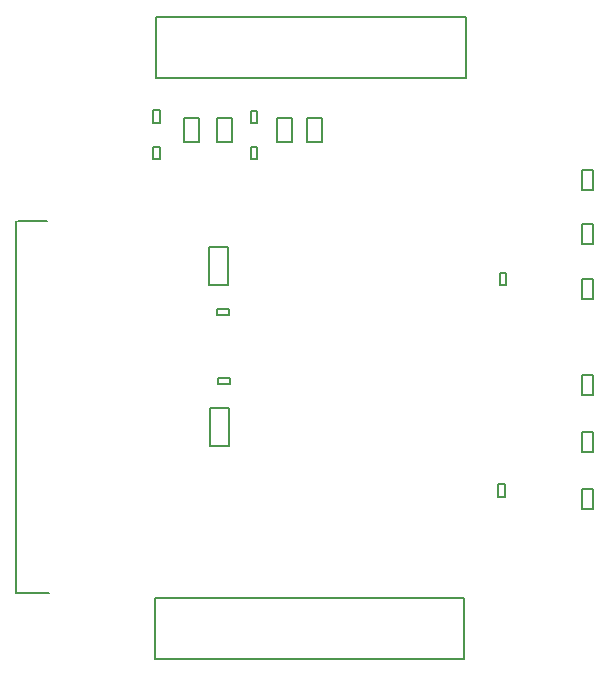
<source format=gbr>
%TF.GenerationSoftware,Altium Limited,Altium Designer,22.9.1 (49)*%
G04 Layer_Color=8388736*
%FSLAX25Y25*%
%MOIN*%
%TF.SameCoordinates,3D4AB22D-4464-4A1E-8ED4-CD8DD9DE0D00*%
%TF.FilePolarity,Positive*%
%TF.FileFunction,Other,Top_3D_Body*%
%TF.Part,Single*%
G01*
G75*
%TA.AperFunction,NonConductor*%
%ADD37C,0.00787*%
D37*
X109425Y55362D02*
Y75638D01*
Y55362D02*
X212575D01*
Y75638D01*
X109425D02*
X212575D01*
X109843Y248862D02*
Y269138D01*
Y248862D02*
X212992D01*
Y269138D01*
X109843D02*
X212992D01*
X62988Y77153D02*
X74012D01*
X63650Y201169D02*
X73350D01*
X62988Y77153D02*
Y201169D01*
X150039Y227610D02*
Y235484D01*
X154961D01*
Y227610D02*
Y235484D01*
X150039Y227610D02*
X154961D01*
X160039Y227563D02*
Y235437D01*
X164961D01*
Y227563D02*
Y235437D01*
X160039Y227563D02*
X164961D01*
X127350Y180013D02*
Y192611D01*
X133650D01*
Y180013D02*
Y192611D01*
X127350Y180013D02*
X133650D01*
X251728Y193654D02*
X255272D01*
Y200346D01*
X251728D02*
X255272D01*
X251728Y193654D02*
Y200346D01*
Y143154D02*
Y149846D01*
X255272D01*
Y143154D02*
Y149846D01*
X251728Y143154D02*
X255272D01*
X251728Y181894D02*
X255272D01*
X251728Y175201D02*
Y181894D01*
Y175201D02*
X255272D01*
Y181894D01*
Y124153D02*
Y130847D01*
X251728Y124153D02*
X255272D01*
X251728D02*
Y130847D01*
X255272D01*
X251728Y211606D02*
X255272D01*
Y218299D01*
X251728D02*
X255272D01*
X251728Y211606D02*
Y218299D01*
X134150Y126389D02*
Y138987D01*
X127850Y126389D02*
X134150D01*
X127850D02*
Y138987D01*
X134150D01*
X130532Y147016D02*
X134468D01*
X130532D02*
Y148984D01*
X134468D01*
Y147016D02*
Y148984D01*
X130032Y170016D02*
X133968D01*
X130032D02*
Y171984D01*
X133968D01*
Y170016D02*
Y171984D01*
X108917Y221858D02*
Y225992D01*
X111083D01*
Y221858D02*
Y225992D01*
X108917Y221858D02*
X111083D01*
X108917Y234008D02*
Y238142D01*
X111083D01*
Y234008D02*
Y238142D01*
X108917Y234008D02*
X111083D01*
X119039Y227610D02*
Y235484D01*
X123961D01*
Y227610D02*
Y235484D01*
X119039Y227610D02*
X123961D01*
X141417Y233933D02*
Y238067D01*
X143583D01*
Y233933D02*
Y238067D01*
X141417Y233933D02*
X143583D01*
X130039Y227563D02*
Y235437D01*
X134961D01*
Y227563D02*
Y235437D01*
X130039Y227563D02*
X134961D01*
X141417Y221933D02*
Y226067D01*
X143583D01*
Y221933D02*
Y226067D01*
X141417Y221933D02*
X143583D01*
X255272Y105154D02*
Y111846D01*
X251728Y105154D02*
X255272D01*
X251728D02*
Y111846D01*
X255272D01*
X224417Y184067D02*
X226583D01*
X224417Y179933D02*
Y184067D01*
Y179933D02*
X226583D01*
Y184067D01*
X226083Y109358D02*
Y113492D01*
X223917Y109358D02*
X226083D01*
X223917D02*
Y113492D01*
X226083D01*
%TF.MD5,bc2af9bc53d31a391163b78110e80a7d*%
M02*

</source>
